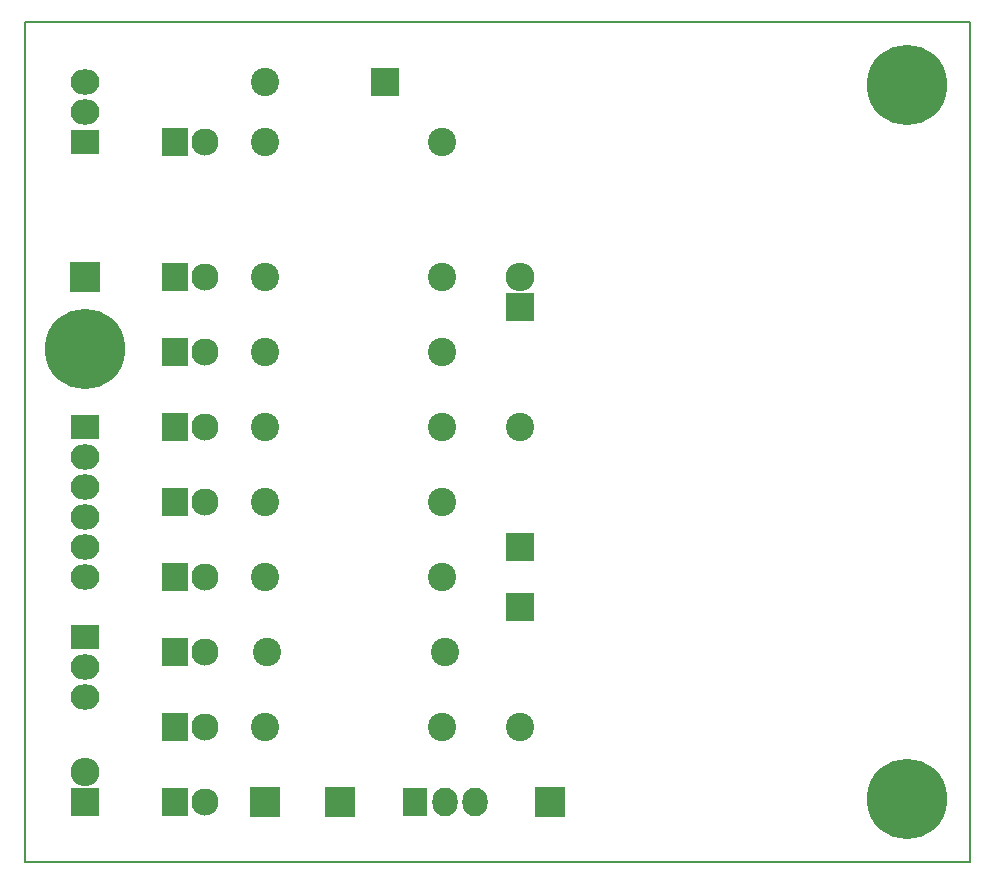
<source format=gbr>
G04 #@! TF.GenerationSoftware,KiCad,Pcbnew,5.1.5+dfsg1-2build2*
G04 #@! TF.CreationDate,2024-04-23T22:37:31+02:00*
G04 #@! TF.ProjectId,display,64697370-6c61-4792-9e6b-696361645f70,231006*
G04 #@! TF.SameCoordinates,Original*
G04 #@! TF.FileFunction,Soldermask,Top*
G04 #@! TF.FilePolarity,Negative*
%FSLAX46Y46*%
G04 Gerber Fmt 4.6, Leading zero omitted, Abs format (unit mm)*
G04 Created by KiCad (PCBNEW 5.1.5+dfsg1-2build2) date 2024-04-23 22:37:31*
%MOMM*%
%LPD*%
G04 APERTURE LIST*
%ADD10C,0.150000*%
%ADD11C,6.800000*%
%ADD12R,2.432000X2.432000*%
%ADD13O,2.432000X2.432000*%
%ADD14R,2.300000X2.400000*%
%ADD15C,2.300000*%
%ADD16C,2.398980*%
%ADD17R,2.398980X2.398980*%
%ADD18R,2.635200X2.635200*%
%ADD19R,2.432000X2.127200*%
%ADD20O,2.432000X2.127200*%
%ADD21R,2.127200X2.432000*%
%ADD22O,2.127200X2.432000*%
G04 APERTURE END LIST*
D10*
X185166000Y-129286000D02*
X148336000Y-129286000D01*
X185166000Y-58166000D02*
X185166000Y-129286000D01*
X105156000Y-58166000D02*
X185166000Y-58166000D01*
X105156000Y-63246000D02*
X105156000Y-58166000D01*
X105156000Y-63246000D02*
X105156000Y-129286000D01*
X105156000Y-129286000D02*
X148336000Y-129286000D01*
X105156000Y-124206000D02*
X105156000Y-129286000D01*
D11*
X179832000Y-63500000D03*
D12*
X147066000Y-82296000D03*
D13*
X147066000Y-79756000D03*
D14*
X117856000Y-68326000D03*
D15*
X120396000Y-68326000D03*
D14*
X117856000Y-79756000D03*
D15*
X120396000Y-79756000D03*
D14*
X117856000Y-86106000D03*
D15*
X120396000Y-86106000D03*
D14*
X117856000Y-92456000D03*
D15*
X120396000Y-92456000D03*
D14*
X117856000Y-98806000D03*
D15*
X120396000Y-98806000D03*
D14*
X117856000Y-105156000D03*
D15*
X120396000Y-105156000D03*
D14*
X117856000Y-111506000D03*
D15*
X120396000Y-111506000D03*
D14*
X117856000Y-117856000D03*
D15*
X120396000Y-117856000D03*
D14*
X117856000Y-124206000D03*
D15*
X120396000Y-124206000D03*
D16*
X147068540Y-117856000D03*
D17*
X147068540Y-107696000D03*
D16*
X147063460Y-92456000D03*
D17*
X147063460Y-102616000D03*
D16*
X125476000Y-63248540D03*
D17*
X135636000Y-63248540D03*
D12*
X110236000Y-124206000D03*
D13*
X110236000Y-121666000D03*
D18*
X149606000Y-124206000D03*
X110236000Y-79756000D03*
D19*
X110236000Y-92456000D03*
D20*
X110236000Y-94996000D03*
X110236000Y-97536000D03*
X110236000Y-100076000D03*
X110236000Y-102616000D03*
X110236000Y-105156000D03*
D21*
X138176000Y-124206000D03*
D22*
X140716000Y-124206000D03*
X143256000Y-124206000D03*
D19*
X110236000Y-110236000D03*
D20*
X110236000Y-112776000D03*
X110236000Y-115316000D03*
D18*
X125476000Y-124206000D03*
X131826000Y-124206000D03*
D16*
X125476000Y-68326000D03*
X140476000Y-68326000D03*
X125476000Y-79756000D03*
X140476000Y-79756000D03*
X125476000Y-86106000D03*
X140476000Y-86106000D03*
X125476000Y-92456000D03*
X140476000Y-92456000D03*
X125476000Y-98806000D03*
X140476000Y-98806000D03*
X125476000Y-105156000D03*
X140476000Y-105156000D03*
X140716000Y-111506000D03*
X125716000Y-111506000D03*
X125476000Y-117856000D03*
X140476000Y-117856000D03*
D19*
X110236000Y-68326000D03*
D20*
X110236000Y-65786000D03*
X110236000Y-63246000D03*
D11*
X179832000Y-123952000D03*
X110236000Y-85852000D03*
M02*

</source>
